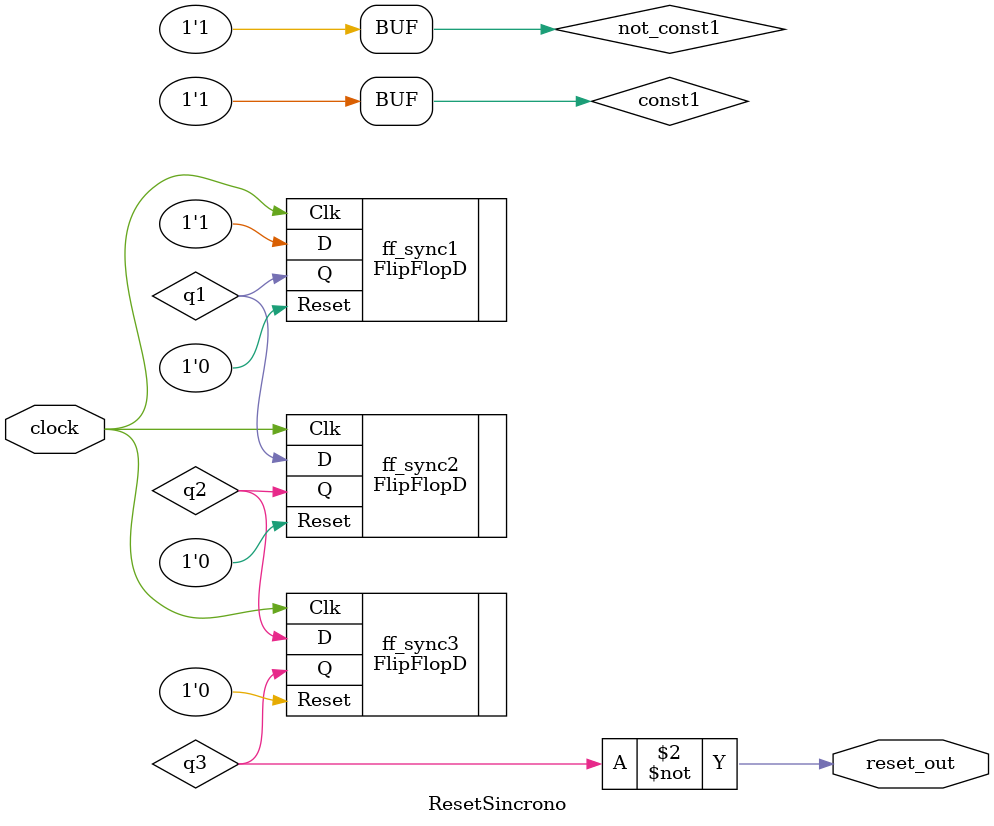
<source format=v>
module ResetSincrono (
    output reset_out, // Saída do reset.
    input  clock      // Clock de entrada do sistema.
);
    // Fios para os 3 estágios do registrador de deslocamento.
    wire q1, q2, q3;
    // Fio para a constante '1'.
    wire const1;
    
    // A entrada D do primeiro FF deve ser '1'.
    wire not_const1;
    not n1(not_const1, 1'b0); 
    or  b1(const1, not_const1, 1'b0);

    // Usado para atrasar (sincronizar) a propagação da constante '1'.
    // O pino 'Reset' dos FFs está em '0' (desativado).

    // 1º Estágio: q1 recebe '1' no primeiro ciclo de clock.
    FlipFlopD ff_sync1 (.Q(q1), .D(const1), .Clk(clock), .Reset(1'b0)); 
    // 2º Estágio: q2 recebe o valor de q1 no segundo ciclo de clock.
    FlipFlopD ff_sync2 (.Q(q2), .D(q1),     .Clk(clock), .Reset(1'b0));
    // 3º Estágio: q3 recebe o valor de q2 no terceiro ciclo de clock.
    FlipFlopD ff_sync3 (.Q(q3), .D(q2),     .Clk(clock), .Reset(1'b0));

    // A saída é a inversão do último estágio (q3).
    not n_out(reset_out, q3);
endmodule
</source>
